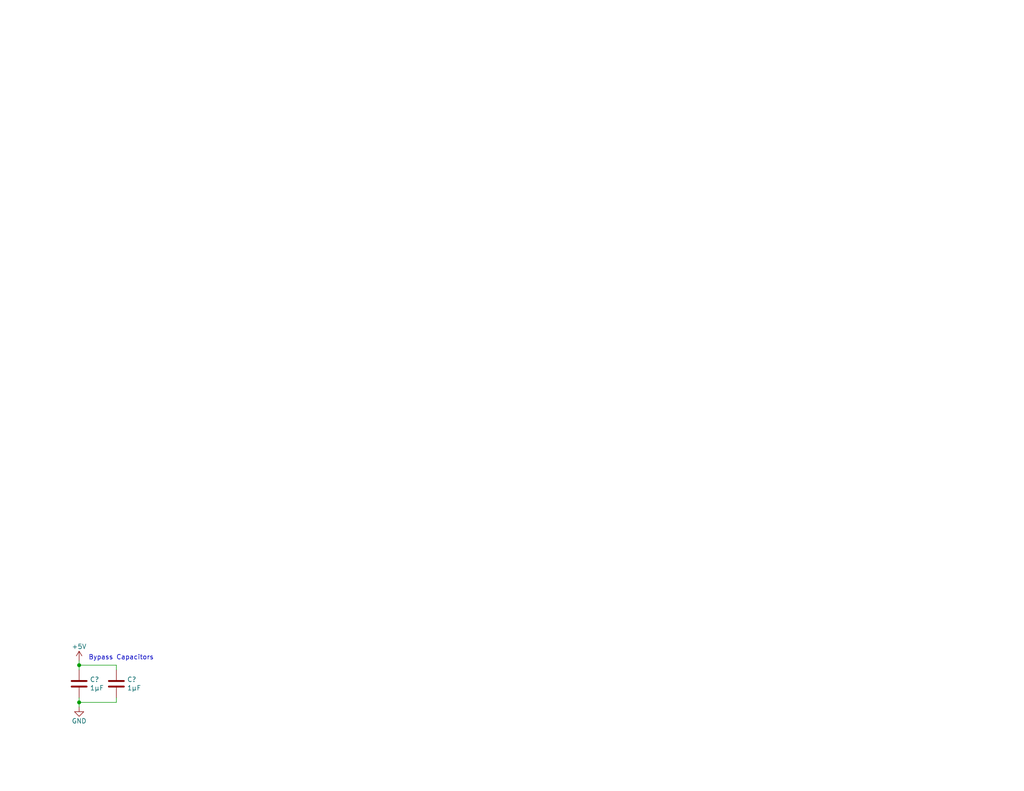
<source format=kicad_sch>
(kicad_sch (version 20230121) (generator eeschema)
  (paper "USLetter")
  (title_block (title "Priority Interrupt Encoder") (date "2023-09-08") (rev "2.12") (company "Frédéric Segard") (comment 1 "@microhobbyist") (comment 4 "Thank you to John Winans for his inspiration, as well as Grant Searle and Sergey Kiselev"))
  (lib_symbols
    (symbol "+5V_1" (power) (pin_names (offset 0))
      (property "Value" "+5V_1" (at 0 3.556 0))
      (symbol "+5V_1_0_1"
        (polyline (pts (xy -0.762 1.27) (xy 0 2.54)))
        (polyline (pts (xy 0 0) (xy 0 2.54)))
        (polyline (pts (xy 0 2.54) (xy 0.762 1.27)))
      )
      (symbol "+5V_1_1_1"
        (pin power_in line (at 0 0 90) (length 0) hide (name "+5V") (number "1"))
      )
    )
    (symbol "Device:C" (pin_numbers hide) (pin_names (offset 0.254))
      (property "Reference" "C" (at 0.635 2.54 0))
      (property "Value" "C" (at 0.635 -2.54 0))
      (symbol "C_0_1"
        (polyline (pts (xy -2.032 -0.762) (xy 2.032 -0.762)) (stroke (width 0.508)))
        (polyline (pts (xy -2.032 0.762) (xy 2.032 0.762)) (stroke (width 0.508)))
      )
      (symbol "C_1_1"
        (pin passive line (at 0 3.81 270) (length 2.794) (name "~") (number "1"))
        (pin passive line (at 0 -3.81 90) (length 2.794) (name "~") (number "2"))
      )
    )
    (symbol "GND_1" (power) (pin_names (offset 0))
      (property "Value" "GND_1" (at 0 -3.81 0))
      (symbol "GND_1_0_1"
        (polyline (pts (xy 0 0) (xy 0 -1.27) (xy 1.27 -1.27) (xy 0 -2.54) (xy -1.27 -1.27) (xy 0 -1.27)))
      )
      (symbol "GND_1_1_1"
        (pin power_in line (at 0 0 270) (length 0) hide (name "GND") (number "1"))
      )
    )
  )
  (junction (at 21.59 191.77))
  (junction (at 21.59 181.61))
  (wire (pts (xy 21.59 191.77) (xy 31.75 191.77)))
  (wire (pts (xy 21.59 180.34) (xy 21.59 181.61)))
  (wire (pts (xy 21.59 190.5) (xy 21.59 191.77)))
  (wire (pts (xy 31.75 181.61) (xy 21.59 181.61)))
  (wire (pts (xy 31.75 182.88) (xy 31.75 181.61)))
  (wire (pts (xy 21.59 181.61) (xy 21.59 182.88)))
  (wire (pts (xy 31.75 190.5) (xy 31.75 191.77)))
  (wire (pts (xy 21.59 191.77) (xy 21.59 193.04)))
  (text "Bypass Capacitors" (at 24.13 180.34 0) (effects (font (size 1.27 1.27)) (justify left bottom)))
  (symbol (lib_id "Device:C") (at 21.59 186.69 0) (unit 1)
    (property "Reference" "C?" (at 24.511 185.5216 0) (effects (justify left)))
    (property "Value" "1µF" (at 24.511 187.833 0) (effects (justify left)))
    (property "Footprint" "Capacitor_THT:C_Disc_D3.0mm_W1.6mm_P2.50mm" (effects hide))
    (instances (project "1 - Main CPU board with basic peripherals (rev5)" (path "" (reference "C?") (unit 1)) (path "" (reference "C?") (unit 1))) (project "2 - CPU and memory card with the essential peripherals" (path "" (reference "C?") (unit 1))) (project "3 - Quad Serial card v3" (path "" (reference "C?") (unit 1)) (path "" (reference "C?") (unit 1))) (project "2 - CPU and core components (Rev 3)" (path "" (reference "C?") (unit 1)) (path "" (reference "C10") (unit 1))))
  )
  (symbol (lib_name "+5V_1") (lib_id "power:+5V") (at 21.59 180.34 0) (unit 1)
    (property "Reference" "#PWR?" (effects hide))
    (property "Value" "+5V" (at 21.59 176.53 0))
    (instances (project "1 - Main CPU board with basic peripherals (rev5)" (path "" (reference "#PWR?") (unit 1)) (path "" (reference "#PWR?") (unit 1))) (project "2 - CPU and memory card with the essential peripherals" (path "" (reference "#PWR?") (unit 1))) (project "3 - Quad Serial card v3" (path "" (reference "#PWR?") (unit 1)) (path "" (reference "#PWR?") (unit 1))) (project "2 - CPU and core components (Rev 3)" (path "" (reference "#PWR?") (unit 1)) (path "" (reference "#PWR038") (unit 1))))
  )
  (symbol (lib_id "Device:C") (at 31.75 186.69 0) (unit 1)
    (property "Reference" "C?" (at 34.671 185.5216 0) (effects (justify left)))
    (property "Value" "1µF" (at 34.671 187.833 0) (effects (justify left)))
    (property "Footprint" "Capacitor_THT:C_Disc_D3.0mm_W1.6mm_P2.50mm" (effects hide))
    (instances (project "1 - Main CPU board with basic peripherals (rev5)" (path "" (reference "C?") (unit 1)) (path "" (reference "C?") (unit 1))) (project "2 - CPU and memory card with the essential peripherals" (path "" (reference "C?") (unit 1))) (project "3 - Quad Serial card v3" (path "" (reference "C?") (unit 1)) (path "" (reference "C?") (unit 1))) (project "2 - CPU and core components (Rev 3)" (path "" (reference "C?") (unit 1)) (path "" (reference "C11") (unit 1))))
  )
  (symbol (lib_name "GND_1") (lib_id "power:GND") (at 21.59 193.04 0) (unit 1)
    (property "Reference" "#PWR?" (effects hide))
    (property "Value" "GND" (at 21.59 196.85 0))
    (instances (project "1 - Main CPU board with basic peripherals (rev5)" (path "" (reference "#PWR?") (unit 1)) (path "" (reference "#PWR?") (unit 1))) (project "2 - CPU and memory card with the essential peripherals" (path "" (reference "#PWR?") (unit 1))) (project "3 - Quad Serial card v3" (path "" (reference "#PWR?") (unit 1)) (path "" (reference "#PWR?") (unit 1))) (project "2 - CPU and core components (Rev 3)" (path "" (reference "#PWR?") (unit 1)) (path "" (reference "#PWR039") (unit 1))))
  )
)
</source>
